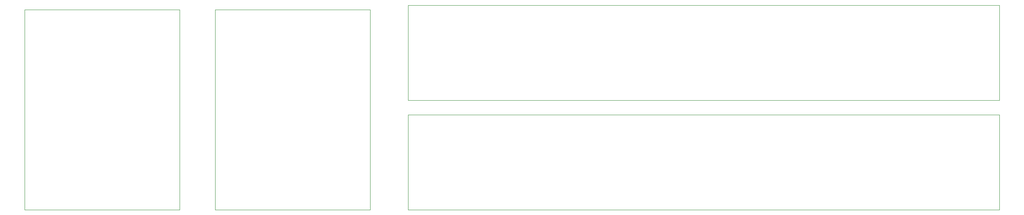
<source format=gbr>
%TF.GenerationSoftware,KiCad,Pcbnew,9.0.3*%
%TF.CreationDate,2025-08-26T07:18:43-07:00*%
%TF.ProjectId,board_prints,626f6172-645f-4707-9269-6e74732e6b69,rev?*%
%TF.SameCoordinates,Original*%
%TF.FileFunction,Profile,NP*%
%FSLAX46Y46*%
G04 Gerber Fmt 4.6, Leading zero omitted, Abs format (unit mm)*
G04 Created by KiCad (PCBNEW 9.0.3) date 2025-08-26 07:18:43*
%MOMM*%
%LPD*%
G01*
G04 APERTURE LIST*
%TA.AperFunction,Profile*%
%ADD10C,0.050000*%
%TD*%
G04 APERTURE END LIST*
D10*
X84988000Y-107978000D02*
X117500000Y-107978000D01*
X117500000Y-150015000D02*
X84988000Y-150015000D01*
X249500000Y-107000000D02*
X249500000Y-127000000D01*
X125500000Y-127000000D02*
X125500000Y-107000000D01*
X125500000Y-130000000D02*
X249500000Y-130000000D01*
X77512000Y-107978000D02*
X77512000Y-150015000D01*
X117500000Y-107978000D02*
X117500000Y-150015000D01*
X84988000Y-150015000D02*
X84988000Y-107978000D01*
X125500000Y-150000000D02*
X125500000Y-130000000D01*
X125500000Y-107000000D02*
X249500000Y-107000000D01*
X249500000Y-130000000D02*
X249500000Y-150000000D01*
X249500000Y-150000000D02*
X125500000Y-150000000D01*
X45000000Y-150015000D02*
X45000000Y-107978000D01*
X249500000Y-127000000D02*
X125500000Y-127000000D01*
X77512000Y-150015000D02*
X45000000Y-150015000D01*
X45000000Y-107978000D02*
X77512000Y-107978000D01*
M02*

</source>
